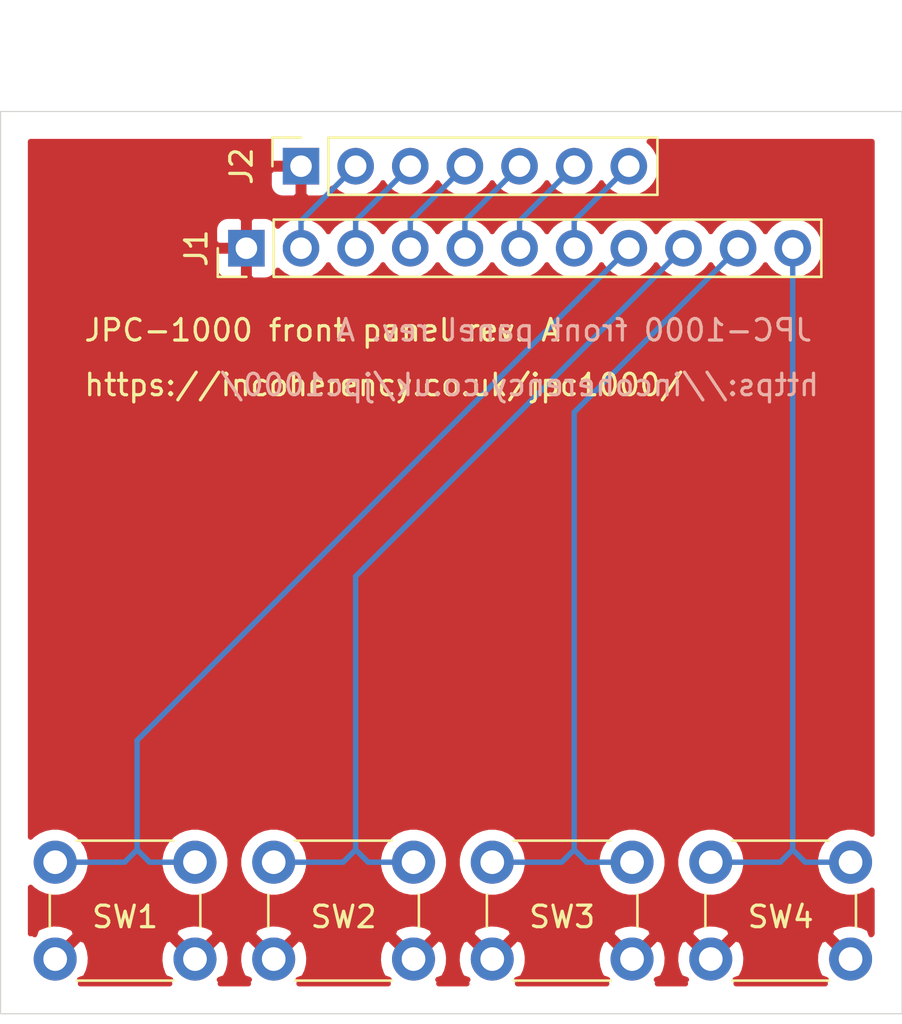
<source format=kicad_pcb>
(kicad_pcb (version 20171130) (host pcbnew 5.1.4-e60b266~84~ubuntu18.04.1)

  (general
    (thickness 1.6)
    (drawings 12)
    (tracks 37)
    (zones 0)
    (modules 6)
    (nets 12)
  )

  (page A4)
  (layers
    (0 F.Cu signal)
    (31 B.Cu signal)
    (32 B.Adhes user)
    (33 F.Adhes user)
    (34 B.Paste user)
    (35 F.Paste user)
    (36 B.SilkS user)
    (37 F.SilkS user)
    (38 B.Mask user)
    (39 F.Mask user)
    (40 Dwgs.User user hide)
    (41 Cmts.User user)
    (42 Eco1.User user)
    (43 Eco2.User user)
    (44 Edge.Cuts user)
    (45 Margin user)
    (46 B.CrtYd user)
    (47 F.CrtYd user)
    (48 B.Fab user)
    (49 F.Fab user)
  )

  (setup
    (last_trace_width 0.25)
    (trace_clearance 0.2)
    (zone_clearance 0.508)
    (zone_45_only no)
    (trace_min 0.2)
    (via_size 0.8)
    (via_drill 0.4)
    (via_min_size 0.4)
    (via_min_drill 0.3)
    (uvia_size 0.3)
    (uvia_drill 0.1)
    (uvias_allowed no)
    (uvia_min_size 0.2)
    (uvia_min_drill 0.1)
    (edge_width 0.05)
    (segment_width 0.2)
    (pcb_text_width 0.3)
    (pcb_text_size 1.5 1.5)
    (mod_edge_width 0.12)
    (mod_text_size 1 1)
    (mod_text_width 0.15)
    (pad_size 1.524 1.524)
    (pad_drill 0.762)
    (pad_to_mask_clearance 0.051)
    (solder_mask_min_width 0.25)
    (aux_axis_origin 0 0)
    (visible_elements FFFFFF7F)
    (pcbplotparams
      (layerselection 0x010f0_ffffffff)
      (usegerberextensions false)
      (usegerberattributes false)
      (usegerberadvancedattributes false)
      (creategerberjobfile false)
      (excludeedgelayer true)
      (linewidth 0.100000)
      (plotframeref false)
      (viasonmask false)
      (mode 1)
      (useauxorigin false)
      (hpglpennumber 1)
      (hpglpenspeed 20)
      (hpglpendiameter 15.000000)
      (psnegative false)
      (psa4output false)
      (plotreference true)
      (plotvalue true)
      (plotinvisibletext false)
      (padsonsilk false)
      (subtractmaskfromsilk false)
      (outputformat 1)
      (mirror false)
      (drillshape 0)
      (scaleselection 1)
      (outputdirectory "./"))
  )

  (net 0 "")
  (net 1 "Net-(J1-Pad1)")
  (net 2 "Net-(J1-Pad2)")
  (net 3 "Net-(J1-Pad3)")
  (net 4 "Net-(J1-Pad4)")
  (net 5 "Net-(J1-Pad5)")
  (net 6 "Net-(J1-Pad6)")
  (net 7 "Net-(J1-Pad7)")
  (net 8 "Net-(J1-Pad8)")
  (net 9 "Net-(J1-Pad9)")
  (net 10 "Net-(J1-Pad10)")
  (net 11 "Net-(J1-Pad11)")

  (net_class Default "This is the default net class."
    (clearance 0.2)
    (trace_width 0.25)
    (via_dia 0.8)
    (via_drill 0.4)
    (uvia_dia 0.3)
    (uvia_drill 0.1)
    (add_net "Net-(J1-Pad1)")
    (add_net "Net-(J1-Pad10)")
    (add_net "Net-(J1-Pad11)")
    (add_net "Net-(J1-Pad2)")
    (add_net "Net-(J1-Pad3)")
    (add_net "Net-(J1-Pad4)")
    (add_net "Net-(J1-Pad5)")
    (add_net "Net-(J1-Pad6)")
    (add_net "Net-(J1-Pad7)")
    (add_net "Net-(J1-Pad8)")
    (add_net "Net-(J1-Pad9)")
  )

  (module Button_Switch_THT:SW_PUSH_6mm_H4.3mm (layer F.Cu) (tedit 5A02FE31) (tstamp 5D5B2F9F)
    (at 104.14 97.1)
    (descr "tactile push button, 6x6mm e.g. PHAP33xx series, height=4.3mm")
    (tags "tact sw push 6mm")
    (path /5D5B290B)
    (fp_text reference SW1 (at 3.25 2.54) (layer F.SilkS)
      (effects (font (size 1 1) (thickness 0.15)))
    )
    (fp_text value SW_Push (at 3.75 6.7) (layer F.Fab)
      (effects (font (size 1 1) (thickness 0.15)))
    )
    (fp_circle (center 3.25 2.25) (end 1.25 2.5) (layer F.Fab) (width 0.1))
    (fp_line (start 6.75 3) (end 6.75 1.5) (layer F.SilkS) (width 0.12))
    (fp_line (start 5.5 -1) (end 1 -1) (layer F.SilkS) (width 0.12))
    (fp_line (start -0.25 1.5) (end -0.25 3) (layer F.SilkS) (width 0.12))
    (fp_line (start 1 5.5) (end 5.5 5.5) (layer F.SilkS) (width 0.12))
    (fp_line (start 8 -1.25) (end 8 5.75) (layer F.CrtYd) (width 0.05))
    (fp_line (start 7.75 6) (end -1.25 6) (layer F.CrtYd) (width 0.05))
    (fp_line (start -1.5 5.75) (end -1.5 -1.25) (layer F.CrtYd) (width 0.05))
    (fp_line (start -1.25 -1.5) (end 7.75 -1.5) (layer F.CrtYd) (width 0.05))
    (fp_line (start -1.5 6) (end -1.25 6) (layer F.CrtYd) (width 0.05))
    (fp_line (start -1.5 5.75) (end -1.5 6) (layer F.CrtYd) (width 0.05))
    (fp_line (start -1.5 -1.5) (end -1.25 -1.5) (layer F.CrtYd) (width 0.05))
    (fp_line (start -1.5 -1.25) (end -1.5 -1.5) (layer F.CrtYd) (width 0.05))
    (fp_line (start 8 -1.5) (end 8 -1.25) (layer F.CrtYd) (width 0.05))
    (fp_line (start 7.75 -1.5) (end 8 -1.5) (layer F.CrtYd) (width 0.05))
    (fp_line (start 8 6) (end 8 5.75) (layer F.CrtYd) (width 0.05))
    (fp_line (start 7.75 6) (end 8 6) (layer F.CrtYd) (width 0.05))
    (fp_line (start 0.25 -0.75) (end 3.25 -0.75) (layer F.Fab) (width 0.1))
    (fp_line (start 0.25 5.25) (end 0.25 -0.75) (layer F.Fab) (width 0.1))
    (fp_line (start 6.25 5.25) (end 0.25 5.25) (layer F.Fab) (width 0.1))
    (fp_line (start 6.25 -0.75) (end 6.25 5.25) (layer F.Fab) (width 0.1))
    (fp_line (start 3.25 -0.75) (end 6.25 -0.75) (layer F.Fab) (width 0.1))
    (fp_text user %R (at 3.25 2.25) (layer F.Fab)
      (effects (font (size 1 1) (thickness 0.15)))
    )
    (pad 1 thru_hole circle (at 6.5 0 90) (size 2 2) (drill 1.1) (layers *.Cu *.Mask)
      (net 8 "Net-(J1-Pad8)"))
    (pad 2 thru_hole circle (at 6.5 4.5 90) (size 2 2) (drill 1.1) (layers *.Cu *.Mask)
      (net 1 "Net-(J1-Pad1)"))
    (pad 1 thru_hole circle (at 0 0 90) (size 2 2) (drill 1.1) (layers *.Cu *.Mask)
      (net 8 "Net-(J1-Pad8)"))
    (pad 2 thru_hole circle (at 0 4.5 90) (size 2 2) (drill 1.1) (layers *.Cu *.Mask)
      (net 1 "Net-(J1-Pad1)"))
    (model ${KISYS3DMOD}/Button_Switch_THT.3dshapes/SW_PUSH_6mm_H4.3mm.wrl
      (at (xyz 0 0 0))
      (scale (xyz 1 1 1))
      (rotate (xyz 0 0 0))
    )
  )

  (module Connector_PinSocket_2.54mm:PinSocket_1x07_P2.54mm_Vertical (layer F.Cu) (tedit 5A19A433) (tstamp 5D5B1F11)
    (at 115.57 64.77 90)
    (descr "Through hole straight socket strip, 1x07, 2.54mm pitch, single row (from Kicad 4.0.7), script generated")
    (tags "Through hole socket strip THT 1x07 2.54mm single row")
    (path /5D5B1BD4)
    (fp_text reference J2 (at 0 -2.77 90) (layer F.SilkS)
      (effects (font (size 1 1) (thickness 0.15)))
    )
    (fp_text value Conn_01x07_Female (at 0 18.01 90) (layer F.Fab)
      (effects (font (size 1 1) (thickness 0.15)))
    )
    (fp_line (start -1.27 -1.27) (end 0.635 -1.27) (layer F.Fab) (width 0.1))
    (fp_line (start 0.635 -1.27) (end 1.27 -0.635) (layer F.Fab) (width 0.1))
    (fp_line (start 1.27 -0.635) (end 1.27 16.51) (layer F.Fab) (width 0.1))
    (fp_line (start 1.27 16.51) (end -1.27 16.51) (layer F.Fab) (width 0.1))
    (fp_line (start -1.27 16.51) (end -1.27 -1.27) (layer F.Fab) (width 0.1))
    (fp_line (start -1.33 1.27) (end 1.33 1.27) (layer F.SilkS) (width 0.12))
    (fp_line (start -1.33 1.27) (end -1.33 16.57) (layer F.SilkS) (width 0.12))
    (fp_line (start -1.33 16.57) (end 1.33 16.57) (layer F.SilkS) (width 0.12))
    (fp_line (start 1.33 1.27) (end 1.33 16.57) (layer F.SilkS) (width 0.12))
    (fp_line (start 1.33 -1.33) (end 1.33 0) (layer F.SilkS) (width 0.12))
    (fp_line (start 0 -1.33) (end 1.33 -1.33) (layer F.SilkS) (width 0.12))
    (fp_line (start -1.8 -1.8) (end 1.75 -1.8) (layer F.CrtYd) (width 0.05))
    (fp_line (start 1.75 -1.8) (end 1.75 17) (layer F.CrtYd) (width 0.05))
    (fp_line (start 1.75 17) (end -1.8 17) (layer F.CrtYd) (width 0.05))
    (fp_line (start -1.8 17) (end -1.8 -1.8) (layer F.CrtYd) (width 0.05))
    (fp_text user %R (at 0 7.62) (layer F.Fab)
      (effects (font (size 1 1) (thickness 0.15)))
    )
    (pad 1 thru_hole rect (at 0 0 90) (size 1.7 1.7) (drill 1) (layers *.Cu *.Mask)
      (net 1 "Net-(J1-Pad1)"))
    (pad 2 thru_hole oval (at 0 2.54 90) (size 1.7 1.7) (drill 1) (layers *.Cu *.Mask)
      (net 2 "Net-(J1-Pad2)"))
    (pad 3 thru_hole oval (at 0 5.08 90) (size 1.7 1.7) (drill 1) (layers *.Cu *.Mask)
      (net 3 "Net-(J1-Pad3)"))
    (pad 4 thru_hole oval (at 0 7.62 90) (size 1.7 1.7) (drill 1) (layers *.Cu *.Mask)
      (net 4 "Net-(J1-Pad4)"))
    (pad 5 thru_hole oval (at 0 10.16 90) (size 1.7 1.7) (drill 1) (layers *.Cu *.Mask)
      (net 5 "Net-(J1-Pad5)"))
    (pad 6 thru_hole oval (at 0 12.7 90) (size 1.7 1.7) (drill 1) (layers *.Cu *.Mask)
      (net 6 "Net-(J1-Pad6)"))
    (pad 7 thru_hole oval (at 0 15.24 90) (size 1.7 1.7) (drill 1) (layers *.Cu *.Mask)
      (net 7 "Net-(J1-Pad7)"))
    (model ${KISYS3DMOD}/Connector_PinSocket_2.54mm.3dshapes/PinSocket_1x07_P2.54mm_Vertical.wrl
      (at (xyz 0 0 0))
      (scale (xyz 1 1 1))
      (rotate (xyz 0 0 0))
    )
  )

  (module Button_Switch_THT:SW_PUSH_6mm_H4.3mm (layer F.Cu) (tedit 5A02FE31) (tstamp 5D5B2FBD)
    (at 114.3 97.1)
    (descr "tactile push button, 6x6mm e.g. PHAP33xx series, height=4.3mm")
    (tags "tact sw push 6mm")
    (path /5D5B271B)
    (fp_text reference SW2 (at 3.25 2.54) (layer F.SilkS)
      (effects (font (size 1 1) (thickness 0.15)))
    )
    (fp_text value SW_Push (at 3.75 6.7) (layer F.Fab)
      (effects (font (size 1 1) (thickness 0.15)))
    )
    (fp_text user %R (at 3.25 2.25) (layer F.Fab)
      (effects (font (size 1 1) (thickness 0.15)))
    )
    (fp_line (start 3.25 -0.75) (end 6.25 -0.75) (layer F.Fab) (width 0.1))
    (fp_line (start 6.25 -0.75) (end 6.25 5.25) (layer F.Fab) (width 0.1))
    (fp_line (start 6.25 5.25) (end 0.25 5.25) (layer F.Fab) (width 0.1))
    (fp_line (start 0.25 5.25) (end 0.25 -0.75) (layer F.Fab) (width 0.1))
    (fp_line (start 0.25 -0.75) (end 3.25 -0.75) (layer F.Fab) (width 0.1))
    (fp_line (start 7.75 6) (end 8 6) (layer F.CrtYd) (width 0.05))
    (fp_line (start 8 6) (end 8 5.75) (layer F.CrtYd) (width 0.05))
    (fp_line (start 7.75 -1.5) (end 8 -1.5) (layer F.CrtYd) (width 0.05))
    (fp_line (start 8 -1.5) (end 8 -1.25) (layer F.CrtYd) (width 0.05))
    (fp_line (start -1.5 -1.25) (end -1.5 -1.5) (layer F.CrtYd) (width 0.05))
    (fp_line (start -1.5 -1.5) (end -1.25 -1.5) (layer F.CrtYd) (width 0.05))
    (fp_line (start -1.5 5.75) (end -1.5 6) (layer F.CrtYd) (width 0.05))
    (fp_line (start -1.5 6) (end -1.25 6) (layer F.CrtYd) (width 0.05))
    (fp_line (start -1.25 -1.5) (end 7.75 -1.5) (layer F.CrtYd) (width 0.05))
    (fp_line (start -1.5 5.75) (end -1.5 -1.25) (layer F.CrtYd) (width 0.05))
    (fp_line (start 7.75 6) (end -1.25 6) (layer F.CrtYd) (width 0.05))
    (fp_line (start 8 -1.25) (end 8 5.75) (layer F.CrtYd) (width 0.05))
    (fp_line (start 1 5.5) (end 5.5 5.5) (layer F.SilkS) (width 0.12))
    (fp_line (start -0.25 1.5) (end -0.25 3) (layer F.SilkS) (width 0.12))
    (fp_line (start 5.5 -1) (end 1 -1) (layer F.SilkS) (width 0.12))
    (fp_line (start 6.75 3) (end 6.75 1.5) (layer F.SilkS) (width 0.12))
    (fp_circle (center 3.25 2.25) (end 1.25 2.5) (layer F.Fab) (width 0.1))
    (pad 2 thru_hole circle (at 0 4.5 90) (size 2 2) (drill 1.1) (layers *.Cu *.Mask)
      (net 1 "Net-(J1-Pad1)"))
    (pad 1 thru_hole circle (at 0 0 90) (size 2 2) (drill 1.1) (layers *.Cu *.Mask)
      (net 9 "Net-(J1-Pad9)"))
    (pad 2 thru_hole circle (at 6.5 4.5 90) (size 2 2) (drill 1.1) (layers *.Cu *.Mask)
      (net 1 "Net-(J1-Pad1)"))
    (pad 1 thru_hole circle (at 6.5 0 90) (size 2 2) (drill 1.1) (layers *.Cu *.Mask)
      (net 9 "Net-(J1-Pad9)"))
    (model ${KISYS3DMOD}/Button_Switch_THT.3dshapes/SW_PUSH_6mm_H4.3mm.wrl
      (at (xyz 0 0 0))
      (scale (xyz 1 1 1))
      (rotate (xyz 0 0 0))
    )
  )

  (module Button_Switch_THT:SW_PUSH_6mm_H4.3mm (layer F.Cu) (tedit 5A02FE31) (tstamp 5D5B2FDB)
    (at 124.46 97.1)
    (descr "tactile push button, 6x6mm e.g. PHAP33xx series, height=4.3mm")
    (tags "tact sw push 6mm")
    (path /5D5B24DB)
    (fp_text reference SW3 (at 3.25 2.54) (layer F.SilkS)
      (effects (font (size 1 1) (thickness 0.15)))
    )
    (fp_text value SW_Push (at 3.75 6.7) (layer F.Fab)
      (effects (font (size 1 1) (thickness 0.15)))
    )
    (fp_circle (center 3.25 2.25) (end 1.25 2.5) (layer F.Fab) (width 0.1))
    (fp_line (start 6.75 3) (end 6.75 1.5) (layer F.SilkS) (width 0.12))
    (fp_line (start 5.5 -1) (end 1 -1) (layer F.SilkS) (width 0.12))
    (fp_line (start -0.25 1.5) (end -0.25 3) (layer F.SilkS) (width 0.12))
    (fp_line (start 1 5.5) (end 5.5 5.5) (layer F.SilkS) (width 0.12))
    (fp_line (start 8 -1.25) (end 8 5.75) (layer F.CrtYd) (width 0.05))
    (fp_line (start 7.75 6) (end -1.25 6) (layer F.CrtYd) (width 0.05))
    (fp_line (start -1.5 5.75) (end -1.5 -1.25) (layer F.CrtYd) (width 0.05))
    (fp_line (start -1.25 -1.5) (end 7.75 -1.5) (layer F.CrtYd) (width 0.05))
    (fp_line (start -1.5 6) (end -1.25 6) (layer F.CrtYd) (width 0.05))
    (fp_line (start -1.5 5.75) (end -1.5 6) (layer F.CrtYd) (width 0.05))
    (fp_line (start -1.5 -1.5) (end -1.25 -1.5) (layer F.CrtYd) (width 0.05))
    (fp_line (start -1.5 -1.25) (end -1.5 -1.5) (layer F.CrtYd) (width 0.05))
    (fp_line (start 8 -1.5) (end 8 -1.25) (layer F.CrtYd) (width 0.05))
    (fp_line (start 7.75 -1.5) (end 8 -1.5) (layer F.CrtYd) (width 0.05))
    (fp_line (start 8 6) (end 8 5.75) (layer F.CrtYd) (width 0.05))
    (fp_line (start 7.75 6) (end 8 6) (layer F.CrtYd) (width 0.05))
    (fp_line (start 0.25 -0.75) (end 3.25 -0.75) (layer F.Fab) (width 0.1))
    (fp_line (start 0.25 5.25) (end 0.25 -0.75) (layer F.Fab) (width 0.1))
    (fp_line (start 6.25 5.25) (end 0.25 5.25) (layer F.Fab) (width 0.1))
    (fp_line (start 6.25 -0.75) (end 6.25 5.25) (layer F.Fab) (width 0.1))
    (fp_line (start 3.25 -0.75) (end 6.25 -0.75) (layer F.Fab) (width 0.1))
    (fp_text user %R (at 3.25 2.25) (layer F.Fab)
      (effects (font (size 1 1) (thickness 0.15)))
    )
    (pad 1 thru_hole circle (at 6.5 0 90) (size 2 2) (drill 1.1) (layers *.Cu *.Mask)
      (net 10 "Net-(J1-Pad10)"))
    (pad 2 thru_hole circle (at 6.5 4.5 90) (size 2 2) (drill 1.1) (layers *.Cu *.Mask)
      (net 1 "Net-(J1-Pad1)"))
    (pad 1 thru_hole circle (at 0 0 90) (size 2 2) (drill 1.1) (layers *.Cu *.Mask)
      (net 10 "Net-(J1-Pad10)"))
    (pad 2 thru_hole circle (at 0 4.5 90) (size 2 2) (drill 1.1) (layers *.Cu *.Mask)
      (net 1 "Net-(J1-Pad1)"))
    (model ${KISYS3DMOD}/Button_Switch_THT.3dshapes/SW_PUSH_6mm_H4.3mm.wrl
      (at (xyz 0 0 0))
      (scale (xyz 1 1 1))
      (rotate (xyz 0 0 0))
    )
  )

  (module Button_Switch_THT:SW_PUSH_6mm_H4.3mm (layer F.Cu) (tedit 5A02FE31) (tstamp 5D5B2FF9)
    (at 134.62 97.1)
    (descr "tactile push button, 6x6mm e.g. PHAP33xx series, height=4.3mm")
    (tags "tact sw push 6mm")
    (path /5D5B2051)
    (fp_text reference SW4 (at 3.25 2.54) (layer F.SilkS)
      (effects (font (size 1 1) (thickness 0.15)))
    )
    (fp_text value SW_Push (at 3.75 6.7) (layer F.Fab)
      (effects (font (size 1 1) (thickness 0.15)))
    )
    (fp_text user %R (at 3.25 2.25) (layer F.Fab)
      (effects (font (size 1 1) (thickness 0.15)))
    )
    (fp_line (start 3.25 -0.75) (end 6.25 -0.75) (layer F.Fab) (width 0.1))
    (fp_line (start 6.25 -0.75) (end 6.25 5.25) (layer F.Fab) (width 0.1))
    (fp_line (start 6.25 5.25) (end 0.25 5.25) (layer F.Fab) (width 0.1))
    (fp_line (start 0.25 5.25) (end 0.25 -0.75) (layer F.Fab) (width 0.1))
    (fp_line (start 0.25 -0.75) (end 3.25 -0.75) (layer F.Fab) (width 0.1))
    (fp_line (start 7.75 6) (end 8 6) (layer F.CrtYd) (width 0.05))
    (fp_line (start 8 6) (end 8 5.75) (layer F.CrtYd) (width 0.05))
    (fp_line (start 7.75 -1.5) (end 8 -1.5) (layer F.CrtYd) (width 0.05))
    (fp_line (start 8 -1.5) (end 8 -1.25) (layer F.CrtYd) (width 0.05))
    (fp_line (start -1.5 -1.25) (end -1.5 -1.5) (layer F.CrtYd) (width 0.05))
    (fp_line (start -1.5 -1.5) (end -1.25 -1.5) (layer F.CrtYd) (width 0.05))
    (fp_line (start -1.5 5.75) (end -1.5 6) (layer F.CrtYd) (width 0.05))
    (fp_line (start -1.5 6) (end -1.25 6) (layer F.CrtYd) (width 0.05))
    (fp_line (start -1.25 -1.5) (end 7.75 -1.5) (layer F.CrtYd) (width 0.05))
    (fp_line (start -1.5 5.75) (end -1.5 -1.25) (layer F.CrtYd) (width 0.05))
    (fp_line (start 7.75 6) (end -1.25 6) (layer F.CrtYd) (width 0.05))
    (fp_line (start 8 -1.25) (end 8 5.75) (layer F.CrtYd) (width 0.05))
    (fp_line (start 1 5.5) (end 5.5 5.5) (layer F.SilkS) (width 0.12))
    (fp_line (start -0.25 1.5) (end -0.25 3) (layer F.SilkS) (width 0.12))
    (fp_line (start 5.5 -1) (end 1 -1) (layer F.SilkS) (width 0.12))
    (fp_line (start 6.75 3) (end 6.75 1.5) (layer F.SilkS) (width 0.12))
    (fp_circle (center 3.25 2.25) (end 1.25 2.5) (layer F.Fab) (width 0.1))
    (pad 2 thru_hole circle (at 0 4.5 90) (size 2 2) (drill 1.1) (layers *.Cu *.Mask)
      (net 1 "Net-(J1-Pad1)"))
    (pad 1 thru_hole circle (at 0 0 90) (size 2 2) (drill 1.1) (layers *.Cu *.Mask)
      (net 11 "Net-(J1-Pad11)"))
    (pad 2 thru_hole circle (at 6.5 4.5 90) (size 2 2) (drill 1.1) (layers *.Cu *.Mask)
      (net 1 "Net-(J1-Pad1)"))
    (pad 1 thru_hole circle (at 6.5 0 90) (size 2 2) (drill 1.1) (layers *.Cu *.Mask)
      (net 11 "Net-(J1-Pad11)"))
    (model ${KISYS3DMOD}/Button_Switch_THT.3dshapes/SW_PUSH_6mm_H4.3mm.wrl
      (at (xyz 0 0 0))
      (scale (xyz 1 1 1))
      (rotate (xyz 0 0 0))
    )
  )

  (module Connector_PinHeader_2.54mm:PinHeader_1x11_P2.54mm_Vertical (layer F.Cu) (tedit 59FED5CC) (tstamp 5D5B45D6)
    (at 113.03 68.58 90)
    (descr "Through hole straight pin header, 1x11, 2.54mm pitch, single row")
    (tags "Through hole pin header THT 1x11 2.54mm single row")
    (path /5D5AB70F)
    (fp_text reference J1 (at 0 -2.33 90) (layer F.SilkS)
      (effects (font (size 1 1) (thickness 0.15)))
    )
    (fp_text value Conn_01x11_Male (at 0 27.73 90) (layer F.Fab)
      (effects (font (size 1 1) (thickness 0.15)))
    )
    (fp_line (start -0.635 -1.27) (end 1.27 -1.27) (layer F.Fab) (width 0.1))
    (fp_line (start 1.27 -1.27) (end 1.27 26.67) (layer F.Fab) (width 0.1))
    (fp_line (start 1.27 26.67) (end -1.27 26.67) (layer F.Fab) (width 0.1))
    (fp_line (start -1.27 26.67) (end -1.27 -0.635) (layer F.Fab) (width 0.1))
    (fp_line (start -1.27 -0.635) (end -0.635 -1.27) (layer F.Fab) (width 0.1))
    (fp_line (start -1.33 26.73) (end 1.33 26.73) (layer F.SilkS) (width 0.12))
    (fp_line (start -1.33 1.27) (end -1.33 26.73) (layer F.SilkS) (width 0.12))
    (fp_line (start 1.33 1.27) (end 1.33 26.73) (layer F.SilkS) (width 0.12))
    (fp_line (start -1.33 1.27) (end 1.33 1.27) (layer F.SilkS) (width 0.12))
    (fp_line (start -1.33 0) (end -1.33 -1.33) (layer F.SilkS) (width 0.12))
    (fp_line (start -1.33 -1.33) (end 0 -1.33) (layer F.SilkS) (width 0.12))
    (fp_line (start -1.8 -1.8) (end -1.8 27.2) (layer F.CrtYd) (width 0.05))
    (fp_line (start -1.8 27.2) (end 1.8 27.2) (layer F.CrtYd) (width 0.05))
    (fp_line (start 1.8 27.2) (end 1.8 -1.8) (layer F.CrtYd) (width 0.05))
    (fp_line (start 1.8 -1.8) (end -1.8 -1.8) (layer F.CrtYd) (width 0.05))
    (fp_text user %R (at 0 12.7) (layer F.Fab)
      (effects (font (size 1 1) (thickness 0.15)))
    )
    (pad 1 thru_hole rect (at 0 0 90) (size 1.7 1.7) (drill 1) (layers *.Cu *.Mask)
      (net 1 "Net-(J1-Pad1)"))
    (pad 2 thru_hole oval (at 0 2.54 90) (size 1.7 1.7) (drill 1) (layers *.Cu *.Mask)
      (net 2 "Net-(J1-Pad2)"))
    (pad 3 thru_hole oval (at 0 5.08 90) (size 1.7 1.7) (drill 1) (layers *.Cu *.Mask)
      (net 3 "Net-(J1-Pad3)"))
    (pad 4 thru_hole oval (at 0 7.62 90) (size 1.7 1.7) (drill 1) (layers *.Cu *.Mask)
      (net 4 "Net-(J1-Pad4)"))
    (pad 5 thru_hole oval (at 0 10.16 90) (size 1.7 1.7) (drill 1) (layers *.Cu *.Mask)
      (net 5 "Net-(J1-Pad5)"))
    (pad 6 thru_hole oval (at 0 12.7 90) (size 1.7 1.7) (drill 1) (layers *.Cu *.Mask)
      (net 6 "Net-(J1-Pad6)"))
    (pad 7 thru_hole oval (at 0 15.24 90) (size 1.7 1.7) (drill 1) (layers *.Cu *.Mask)
      (net 7 "Net-(J1-Pad7)"))
    (pad 8 thru_hole oval (at 0 17.78 90) (size 1.7 1.7) (drill 1) (layers *.Cu *.Mask)
      (net 8 "Net-(J1-Pad8)"))
    (pad 9 thru_hole oval (at 0 20.32 90) (size 1.7 1.7) (drill 1) (layers *.Cu *.Mask)
      (net 9 "Net-(J1-Pad9)"))
    (pad 10 thru_hole oval (at 0 22.86 90) (size 1.7 1.7) (drill 1) (layers *.Cu *.Mask)
      (net 10 "Net-(J1-Pad10)"))
    (pad 11 thru_hole oval (at 0 25.4 90) (size 1.7 1.7) (drill 1) (layers *.Cu *.Mask)
      (net 11 "Net-(J1-Pad11)"))
    (model ${KISYS3DMOD}/Connector_PinHeader_2.54mm.3dshapes/PinHeader_1x11_P2.54mm_Vertical.wrl
      (at (xyz 0 0 0))
      (scale (xyz 1 1 1))
      (rotate (xyz 0 0 0))
    )
  )

  (gr_text https://incoherency.co.uk/jpc1000/ (at 125.73 74.93) (layer B.SilkS)
    (effects (font (size 1 1) (thickness 0.15)) (justify mirror))
  )
  (gr_text "JPC-1000 front panel rev. A" (at 128.27 72.39) (layer B.SilkS)
    (effects (font (size 1 1) (thickness 0.15)) (justify mirror))
  )
  (gr_text https://incoherency.co.uk/jpc1000/ (at 105.41 74.93) (layer F.SilkS)
    (effects (font (size 1 1) (thickness 0.15)) (justify left))
  )
  (gr_text "JPC-1000 front panel rev. A" (at 105.41 72.39) (layer F.SilkS)
    (effects (font (size 1 1) (thickness 0.15)) (justify left))
  )
  (gr_line (start 143.51 62.23) (end 101.6 62.23) (layer Edge.Cuts) (width 0.05))
  (gr_line (start 138.43 63.5) (end 104.14 63.5) (layer Dwgs.User) (width 0.15) (tstamp 5D5B255A))
  (gr_line (start 138.43 95.25) (end 138.43 63.5) (layer Dwgs.User) (width 0.15))
  (gr_line (start 104.14 95.25) (end 138.43 95.25) (layer Dwgs.User) (width 0.15))
  (gr_line (start 104.14 63.5) (end 104.14 95.25) (layer Dwgs.User) (width 0.15))
  (gr_line (start 143.51 104.14) (end 143.51 62.23) (layer Edge.Cuts) (width 0.05))
  (gr_line (start 101.6 104.14) (end 143.51 104.14) (layer Edge.Cuts) (width 0.05))
  (gr_line (start 101.6 62.23) (end 101.6 104.14) (layer Edge.Cuts) (width 0.05))

  (segment (start 115.57 68.58) (end 115.57 67.31) (width 0.25) (layer B.Cu) (net 2))
  (segment (start 115.57 67.31) (end 118.11 64.77) (width 0.25) (layer B.Cu) (net 2))
  (segment (start 118.11 67.31) (end 120.65 64.77) (width 0.25) (layer B.Cu) (net 3))
  (segment (start 118.11 68.58) (end 118.11 67.31) (width 0.25) (layer B.Cu) (net 3))
  (segment (start 120.65 67.31) (end 122.340001 65.619999) (width 0.25) (layer B.Cu) (net 4))
  (segment (start 122.340001 65.619999) (end 123.19 64.77) (width 0.25) (layer B.Cu) (net 4))
  (segment (start 120.65 68.58) (end 120.65 67.31) (width 0.25) (layer B.Cu) (net 4))
  (segment (start 129.960001 65.619999) (end 130.81 64.77) (width 0.25) (layer B.Cu) (net 7))
  (segment (start 108.53 97.1) (end 110.64 97.1) (width 0.25) (layer B.Cu) (net 8))
  (segment (start 107.95 96.52) (end 108.53 97.1) (width 0.25) (layer B.Cu) (net 8))
  (segment (start 107.37 97.1) (end 104.14 97.1) (width 0.25) (layer B.Cu) (net 8))
  (segment (start 107.95 96.52) (end 107.37 97.1) (width 0.25) (layer B.Cu) (net 8))
  (segment (start 107.95 91.44) (end 107.95 96.52) (width 0.25) (layer B.Cu) (net 8))
  (segment (start 107.95 91.44) (end 130.81 68.58) (width 0.25) (layer B.Cu) (net 8))
  (segment (start 128.27 68.58) (end 128.27 67.31) (width 0.25) (layer B.Cu) (net 7))
  (segment (start 128.27 67.31) (end 129.960001 65.619999) (width 0.25) (layer B.Cu) (net 7))
  (segment (start 125.73 68.58) (end 125.73 67.31) (width 0.25) (layer B.Cu) (net 6))
  (segment (start 125.73 67.31) (end 128.27 64.77) (width 0.25) (layer B.Cu) (net 6))
  (segment (start 123.19 68.58) (end 123.19 67.31) (width 0.25) (layer B.Cu) (net 5))
  (segment (start 123.19 67.31) (end 125.73 64.77) (width 0.25) (layer B.Cu) (net 5))
  (segment (start 118.69 97.1) (end 120.8 97.1) (width 0.25) (layer B.Cu) (net 9))
  (segment (start 118.11 96.52) (end 118.69 97.1) (width 0.25) (layer B.Cu) (net 9))
  (segment (start 117.53 97.1) (end 114.3 97.1) (width 0.25) (layer B.Cu) (net 9))
  (segment (start 118.11 96.52) (end 117.53 97.1) (width 0.25) (layer B.Cu) (net 9))
  (segment (start 118.11 83.82) (end 118.11 96.52) (width 0.25) (layer B.Cu) (net 9))
  (segment (start 133.35 68.58) (end 118.11 83.82) (width 0.25) (layer B.Cu) (net 9))
  (segment (start 128.85 97.1) (end 130.96 97.1) (width 0.25) (layer B.Cu) (net 10))
  (segment (start 128.27 96.52) (end 128.85 97.1) (width 0.25) (layer B.Cu) (net 10))
  (segment (start 127.69 97.1) (end 124.46 97.1) (width 0.25) (layer B.Cu) (net 10))
  (segment (start 128.27 96.52) (end 127.69 97.1) (width 0.25) (layer B.Cu) (net 10))
  (segment (start 128.27 76.2) (end 128.27 96.52) (width 0.25) (layer B.Cu) (net 10))
  (segment (start 128.27 76.2) (end 135.89 68.58) (width 0.25) (layer B.Cu) (net 10))
  (segment (start 137.85 97.1) (end 134.62 97.1) (width 0.25) (layer B.Cu) (net 11))
  (segment (start 138.43 96.52) (end 137.85 97.1) (width 0.25) (layer B.Cu) (net 11))
  (segment (start 139.01 97.1) (end 141.12 97.1) (width 0.25) (layer B.Cu) (net 11))
  (segment (start 138.43 96.52) (end 139.01 97.1) (width 0.25) (layer B.Cu) (net 11))
  (segment (start 138.43 68.58) (end 138.43 96.52) (width 0.25) (layer B.Cu) (net 11))

  (zone (net 1) (net_name "Net-(J1-Pad1)") (layer F.Cu) (tstamp 5D5B400B) (hatch edge 0.508)
    (connect_pads (clearance 0.508))
    (min_thickness 0.254)
    (fill yes (arc_segments 32) (thermal_gap 0.508) (thermal_bridge_width 0.508))
    (polygon
      (pts
        (xy 102.87 63.5) (xy 102.87 102.87) (xy 142.24 102.87) (xy 142.24 63.5)
      )
    )
    (filled_polygon
      (pts
        (xy 114.130498 63.67582) (xy 114.094188 63.795518) (xy 114.081928 63.92) (xy 114.085 64.48425) (xy 114.24375 64.643)
        (xy 115.443 64.643) (xy 115.443 64.623) (xy 115.697 64.623) (xy 115.697 64.643) (xy 115.717 64.643)
        (xy 115.717 64.897) (xy 115.697 64.897) (xy 115.697 66.09625) (xy 115.85575 66.255) (xy 116.42 66.258072)
        (xy 116.544482 66.245812) (xy 116.66418 66.209502) (xy 116.774494 66.150537) (xy 116.871185 66.071185) (xy 116.950537 65.974494)
        (xy 117.009502 65.86418) (xy 117.030393 65.795313) (xy 117.054866 65.825134) (xy 117.280986 66.010706) (xy 117.538966 66.148599)
        (xy 117.818889 66.233513) (xy 118.03705 66.255) (xy 118.18295 66.255) (xy 118.401111 66.233513) (xy 118.681034 66.148599)
        (xy 118.939014 66.010706) (xy 119.165134 65.825134) (xy 119.350706 65.599014) (xy 119.38 65.544209) (xy 119.409294 65.599014)
        (xy 119.594866 65.825134) (xy 119.820986 66.010706) (xy 120.078966 66.148599) (xy 120.358889 66.233513) (xy 120.57705 66.255)
        (xy 120.72295 66.255) (xy 120.941111 66.233513) (xy 121.221034 66.148599) (xy 121.479014 66.010706) (xy 121.705134 65.825134)
        (xy 121.890706 65.599014) (xy 121.92 65.544209) (xy 121.949294 65.599014) (xy 122.134866 65.825134) (xy 122.360986 66.010706)
        (xy 122.618966 66.148599) (xy 122.898889 66.233513) (xy 123.11705 66.255) (xy 123.26295 66.255) (xy 123.481111 66.233513)
        (xy 123.761034 66.148599) (xy 124.019014 66.010706) (xy 124.245134 65.825134) (xy 124.430706 65.599014) (xy 124.46 65.544209)
        (xy 124.489294 65.599014) (xy 124.674866 65.825134) (xy 124.900986 66.010706) (xy 125.158966 66.148599) (xy 125.438889 66.233513)
        (xy 125.65705 66.255) (xy 125.80295 66.255) (xy 126.021111 66.233513) (xy 126.301034 66.148599) (xy 126.559014 66.010706)
        (xy 126.785134 65.825134) (xy 126.970706 65.599014) (xy 127 65.544209) (xy 127.029294 65.599014) (xy 127.214866 65.825134)
        (xy 127.440986 66.010706) (xy 127.698966 66.148599) (xy 127.978889 66.233513) (xy 128.19705 66.255) (xy 128.34295 66.255)
        (xy 128.561111 66.233513) (xy 128.841034 66.148599) (xy 129.099014 66.010706) (xy 129.325134 65.825134) (xy 129.510706 65.599014)
        (xy 129.54 65.544209) (xy 129.569294 65.599014) (xy 129.754866 65.825134) (xy 129.980986 66.010706) (xy 130.238966 66.148599)
        (xy 130.518889 66.233513) (xy 130.73705 66.255) (xy 130.88295 66.255) (xy 131.101111 66.233513) (xy 131.381034 66.148599)
        (xy 131.639014 66.010706) (xy 131.865134 65.825134) (xy 132.050706 65.599014) (xy 132.188599 65.341034) (xy 132.273513 65.061111)
        (xy 132.302185 64.77) (xy 132.273513 64.478889) (xy 132.188599 64.198966) (xy 132.050706 63.940986) (xy 131.865134 63.714866)
        (xy 131.758069 63.627) (xy 142.113 63.627) (xy 142.113 95.797104) (xy 141.894463 95.651082) (xy 141.596912 95.527832)
        (xy 141.281033 95.465) (xy 140.958967 95.465) (xy 140.643088 95.527832) (xy 140.345537 95.651082) (xy 140.077748 95.830013)
        (xy 139.850013 96.057748) (xy 139.671082 96.325537) (xy 139.547832 96.623088) (xy 139.485 96.938967) (xy 139.485 97.261033)
        (xy 139.547832 97.576912) (xy 139.671082 97.874463) (xy 139.850013 98.142252) (xy 140.077748 98.369987) (xy 140.345537 98.548918)
        (xy 140.643088 98.672168) (xy 140.958967 98.735) (xy 141.281033 98.735) (xy 141.596912 98.672168) (xy 141.894463 98.548918)
        (xy 142.113 98.402896) (xy 142.113 100.427392) (xy 142.075807 100.464585) (xy 141.980044 100.200186) (xy 141.690429 100.059296)
        (xy 141.378892 99.977616) (xy 141.057405 99.958282) (xy 140.738325 100.002039) (xy 140.433912 100.107205) (xy 140.259956 100.200186)
        (xy 140.164192 100.464587) (xy 141.12 101.420395) (xy 141.134143 101.406253) (xy 141.313748 101.585858) (xy 141.299605 101.6)
        (xy 141.313748 101.614143) (xy 141.134143 101.793748) (xy 141.12 101.779605) (xy 141.105858 101.793748) (xy 140.926253 101.614143)
        (xy 140.940395 101.6) (xy 139.984587 100.644192) (xy 139.720186 100.739956) (xy 139.579296 101.029571) (xy 139.497616 101.341108)
        (xy 139.478282 101.662595) (xy 139.522039 101.981675) (xy 139.627205 102.286088) (xy 139.720186 102.460044) (xy 139.984585 102.555807)
        (xy 139.868917 102.671475) (xy 139.940442 102.743) (xy 135.799558 102.743) (xy 135.871083 102.671475) (xy 135.755415 102.555807)
        (xy 136.019814 102.460044) (xy 136.160704 102.170429) (xy 136.242384 101.858892) (xy 136.261718 101.537405) (xy 136.217961 101.218325)
        (xy 136.112795 100.913912) (xy 136.019814 100.739956) (xy 135.755413 100.644192) (xy 134.799605 101.6) (xy 134.813748 101.614143)
        (xy 134.634143 101.793748) (xy 134.62 101.779605) (xy 134.605858 101.793748) (xy 134.426253 101.614143) (xy 134.440395 101.6)
        (xy 133.484587 100.644192) (xy 133.220186 100.739956) (xy 133.079296 101.029571) (xy 132.997616 101.341108) (xy 132.978282 101.662595)
        (xy 133.022039 101.981675) (xy 133.127205 102.286088) (xy 133.220186 102.460044) (xy 133.484585 102.555807) (xy 133.368917 102.671475)
        (xy 133.440442 102.743) (xy 132.139558 102.743) (xy 132.211083 102.671475) (xy 132.095415 102.555807) (xy 132.359814 102.460044)
        (xy 132.500704 102.170429) (xy 132.582384 101.858892) (xy 132.601718 101.537405) (xy 132.557961 101.218325) (xy 132.452795 100.913912)
        (xy 132.359814 100.739956) (xy 132.095413 100.644192) (xy 131.139605 101.6) (xy 131.153748 101.614143) (xy 130.974143 101.793748)
        (xy 130.96 101.779605) (xy 130.945858 101.793748) (xy 130.766253 101.614143) (xy 130.780395 101.6) (xy 129.824587 100.644192)
        (xy 129.560186 100.739956) (xy 129.419296 101.029571) (xy 129.337616 101.341108) (xy 129.318282 101.662595) (xy 129.362039 101.981675)
        (xy 129.467205 102.286088) (xy 129.560186 102.460044) (xy 129.824585 102.555807) (xy 129.708917 102.671475) (xy 129.780442 102.743)
        (xy 125.639558 102.743) (xy 125.711083 102.671475) (xy 125.595415 102.555807) (xy 125.859814 102.460044) (xy 126.000704 102.170429)
        (xy 126.082384 101.858892) (xy 126.101718 101.537405) (xy 126.057961 101.218325) (xy 125.952795 100.913912) (xy 125.859814 100.739956)
        (xy 125.595413 100.644192) (xy 124.639605 101.6) (xy 124.653748 101.614143) (xy 124.474143 101.793748) (xy 124.46 101.779605)
        (xy 124.445858 101.793748) (xy 124.266253 101.614143) (xy 124.280395 101.6) (xy 123.324587 100.644192) (xy 123.060186 100.739956)
        (xy 122.919296 101.029571) (xy 122.837616 101.341108) (xy 122.818282 101.662595) (xy 122.862039 101.981675) (xy 122.967205 102.286088)
        (xy 123.060186 102.460044) (xy 123.324585 102.555807) (xy 123.208917 102.671475) (xy 123.280442 102.743) (xy 121.979558 102.743)
        (xy 122.051083 102.671475) (xy 121.935415 102.555807) (xy 122.199814 102.460044) (xy 122.340704 102.170429) (xy 122.422384 101.858892)
        (xy 122.441718 101.537405) (xy 122.397961 101.218325) (xy 122.292795 100.913912) (xy 122.199814 100.739956) (xy 121.935413 100.644192)
        (xy 120.979605 101.6) (xy 120.993748 101.614143) (xy 120.814143 101.793748) (xy 120.8 101.779605) (xy 120.785858 101.793748)
        (xy 120.606253 101.614143) (xy 120.620395 101.6) (xy 119.664587 100.644192) (xy 119.400186 100.739956) (xy 119.259296 101.029571)
        (xy 119.177616 101.341108) (xy 119.158282 101.662595) (xy 119.202039 101.981675) (xy 119.307205 102.286088) (xy 119.400186 102.460044)
        (xy 119.664585 102.555807) (xy 119.548917 102.671475) (xy 119.620442 102.743) (xy 115.479558 102.743) (xy 115.551083 102.671475)
        (xy 115.435415 102.555807) (xy 115.699814 102.460044) (xy 115.840704 102.170429) (xy 115.922384 101.858892) (xy 115.941718 101.537405)
        (xy 115.897961 101.218325) (xy 115.792795 100.913912) (xy 115.699814 100.739956) (xy 115.435413 100.644192) (xy 114.479605 101.6)
        (xy 114.493748 101.614143) (xy 114.314143 101.793748) (xy 114.3 101.779605) (xy 114.285858 101.793748) (xy 114.106253 101.614143)
        (xy 114.120395 101.6) (xy 113.164587 100.644192) (xy 112.900186 100.739956) (xy 112.759296 101.029571) (xy 112.677616 101.341108)
        (xy 112.658282 101.662595) (xy 112.702039 101.981675) (xy 112.807205 102.286088) (xy 112.900186 102.460044) (xy 113.164585 102.555807)
        (xy 113.048917 102.671475) (xy 113.120442 102.743) (xy 111.819558 102.743) (xy 111.891083 102.671475) (xy 111.775415 102.555807)
        (xy 112.039814 102.460044) (xy 112.180704 102.170429) (xy 112.262384 101.858892) (xy 112.281718 101.537405) (xy 112.237961 101.218325)
        (xy 112.132795 100.913912) (xy 112.039814 100.739956) (xy 111.775413 100.644192) (xy 110.819605 101.6) (xy 110.833748 101.614143)
        (xy 110.654143 101.793748) (xy 110.64 101.779605) (xy 110.625858 101.793748) (xy 110.446253 101.614143) (xy 110.460395 101.6)
        (xy 109.504587 100.644192) (xy 109.240186 100.739956) (xy 109.099296 101.029571) (xy 109.017616 101.341108) (xy 108.998282 101.662595)
        (xy 109.042039 101.981675) (xy 109.147205 102.286088) (xy 109.240186 102.460044) (xy 109.504585 102.555807) (xy 109.388917 102.671475)
        (xy 109.460442 102.743) (xy 105.319558 102.743) (xy 105.391083 102.671475) (xy 105.275415 102.555807) (xy 105.539814 102.460044)
        (xy 105.680704 102.170429) (xy 105.762384 101.858892) (xy 105.781718 101.537405) (xy 105.737961 101.218325) (xy 105.632795 100.913912)
        (xy 105.539814 100.739956) (xy 105.275413 100.644192) (xy 104.319605 101.6) (xy 104.333748 101.614143) (xy 104.154143 101.793748)
        (xy 104.14 101.779605) (xy 104.125858 101.793748) (xy 103.946253 101.614143) (xy 103.960395 101.6) (xy 103.946253 101.585858)
        (xy 104.125858 101.406253) (xy 104.14 101.420395) (xy 105.095808 100.464587) (xy 109.684192 100.464587) (xy 110.64 101.420395)
        (xy 111.595808 100.464587) (xy 113.344192 100.464587) (xy 114.3 101.420395) (xy 115.255808 100.464587) (xy 119.844192 100.464587)
        (xy 120.8 101.420395) (xy 121.755808 100.464587) (xy 123.504192 100.464587) (xy 124.46 101.420395) (xy 125.415808 100.464587)
        (xy 130.004192 100.464587) (xy 130.96 101.420395) (xy 131.915808 100.464587) (xy 133.664192 100.464587) (xy 134.62 101.420395)
        (xy 135.575808 100.464587) (xy 135.480044 100.200186) (xy 135.190429 100.059296) (xy 134.878892 99.977616) (xy 134.557405 99.958282)
        (xy 134.238325 100.002039) (xy 133.933912 100.107205) (xy 133.759956 100.200186) (xy 133.664192 100.464587) (xy 131.915808 100.464587)
        (xy 131.820044 100.200186) (xy 131.530429 100.059296) (xy 131.218892 99.977616) (xy 130.897405 99.958282) (xy 130.578325 100.002039)
        (xy 130.273912 100.107205) (xy 130.099956 100.200186) (xy 130.004192 100.464587) (xy 125.415808 100.464587) (xy 125.320044 100.200186)
        (xy 125.030429 100.059296) (xy 124.718892 99.977616) (xy 124.397405 99.958282) (xy 124.078325 100.002039) (xy 123.773912 100.107205)
        (xy 123.599956 100.200186) (xy 123.504192 100.464587) (xy 121.755808 100.464587) (xy 121.660044 100.200186) (xy 121.370429 100.059296)
        (xy 121.058892 99.977616) (xy 120.737405 99.958282) (xy 120.418325 100.002039) (xy 120.113912 100.107205) (xy 119.939956 100.200186)
        (xy 119.844192 100.464587) (xy 115.255808 100.464587) (xy 115.160044 100.200186) (xy 114.870429 100.059296) (xy 114.558892 99.977616)
        (xy 114.237405 99.958282) (xy 113.918325 100.002039) (xy 113.613912 100.107205) (xy 113.439956 100.200186) (xy 113.344192 100.464587)
        (xy 111.595808 100.464587) (xy 111.500044 100.200186) (xy 111.210429 100.059296) (xy 110.898892 99.977616) (xy 110.577405 99.958282)
        (xy 110.258325 100.002039) (xy 109.953912 100.107205) (xy 109.779956 100.200186) (xy 109.684192 100.464587) (xy 105.095808 100.464587)
        (xy 105.000044 100.200186) (xy 104.710429 100.059296) (xy 104.398892 99.977616) (xy 104.077405 99.958282) (xy 103.758325 100.002039)
        (xy 103.453912 100.107205) (xy 103.279956 100.200186) (xy 103.184193 100.464585) (xy 103.068525 100.348917) (xy 102.997 100.420442)
        (xy 102.997 98.269239) (xy 103.097748 98.369987) (xy 103.365537 98.548918) (xy 103.663088 98.672168) (xy 103.978967 98.735)
        (xy 104.301033 98.735) (xy 104.616912 98.672168) (xy 104.914463 98.548918) (xy 105.182252 98.369987) (xy 105.409987 98.142252)
        (xy 105.588918 97.874463) (xy 105.712168 97.576912) (xy 105.775 97.261033) (xy 105.775 96.938967) (xy 109.005 96.938967)
        (xy 109.005 97.261033) (xy 109.067832 97.576912) (xy 109.191082 97.874463) (xy 109.370013 98.142252) (xy 109.597748 98.369987)
        (xy 109.865537 98.548918) (xy 110.163088 98.672168) (xy 110.478967 98.735) (xy 110.801033 98.735) (xy 111.116912 98.672168)
        (xy 111.414463 98.548918) (xy 111.682252 98.369987) (xy 111.909987 98.142252) (xy 112.088918 97.874463) (xy 112.212168 97.576912)
        (xy 112.275 97.261033) (xy 112.275 96.938967) (xy 112.665 96.938967) (xy 112.665 97.261033) (xy 112.727832 97.576912)
        (xy 112.851082 97.874463) (xy 113.030013 98.142252) (xy 113.257748 98.369987) (xy 113.525537 98.548918) (xy 113.823088 98.672168)
        (xy 114.138967 98.735) (xy 114.461033 98.735) (xy 114.776912 98.672168) (xy 115.074463 98.548918) (xy 115.342252 98.369987)
        (xy 115.569987 98.142252) (xy 115.748918 97.874463) (xy 115.872168 97.576912) (xy 115.935 97.261033) (xy 115.935 96.938967)
        (xy 119.165 96.938967) (xy 119.165 97.261033) (xy 119.227832 97.576912) (xy 119.351082 97.874463) (xy 119.530013 98.142252)
        (xy 119.757748 98.369987) (xy 120.025537 98.548918) (xy 120.323088 98.672168) (xy 120.638967 98.735) (xy 120.961033 98.735)
        (xy 121.276912 98.672168) (xy 121.574463 98.548918) (xy 121.842252 98.369987) (xy 122.069987 98.142252) (xy 122.248918 97.874463)
        (xy 122.372168 97.576912) (xy 122.435 97.261033) (xy 122.435 96.938967) (xy 122.825 96.938967) (xy 122.825 97.261033)
        (xy 122.887832 97.576912) (xy 123.011082 97.874463) (xy 123.190013 98.142252) (xy 123.417748 98.369987) (xy 123.685537 98.548918)
        (xy 123.983088 98.672168) (xy 124.298967 98.735) (xy 124.621033 98.735) (xy 124.936912 98.672168) (xy 125.234463 98.548918)
        (xy 125.502252 98.369987) (xy 125.729987 98.142252) (xy 125.908918 97.874463) (xy 126.032168 97.576912) (xy 126.095 97.261033)
        (xy 126.095 96.938967) (xy 129.325 96.938967) (xy 129.325 97.261033) (xy 129.387832 97.576912) (xy 129.511082 97.874463)
        (xy 129.690013 98.142252) (xy 129.917748 98.369987) (xy 130.185537 98.548918) (xy 130.483088 98.672168) (xy 130.798967 98.735)
        (xy 131.121033 98.735) (xy 131.436912 98.672168) (xy 131.734463 98.548918) (xy 132.002252 98.369987) (xy 132.229987 98.142252)
        (xy 132.408918 97.874463) (xy 132.532168 97.576912) (xy 132.595 97.261033) (xy 132.595 96.938967) (xy 132.985 96.938967)
        (xy 132.985 97.261033) (xy 133.047832 97.576912) (xy 133.171082 97.874463) (xy 133.350013 98.142252) (xy 133.577748 98.369987)
        (xy 133.845537 98.548918) (xy 134.143088 98.672168) (xy 134.458967 98.735) (xy 134.781033 98.735) (xy 135.096912 98.672168)
        (xy 135.394463 98.548918) (xy 135.662252 98.369987) (xy 135.889987 98.142252) (xy 136.068918 97.874463) (xy 136.192168 97.576912)
        (xy 136.255 97.261033) (xy 136.255 96.938967) (xy 136.192168 96.623088) (xy 136.068918 96.325537) (xy 135.889987 96.057748)
        (xy 135.662252 95.830013) (xy 135.394463 95.651082) (xy 135.096912 95.527832) (xy 134.781033 95.465) (xy 134.458967 95.465)
        (xy 134.143088 95.527832) (xy 133.845537 95.651082) (xy 133.577748 95.830013) (xy 133.350013 96.057748) (xy 133.171082 96.325537)
        (xy 133.047832 96.623088) (xy 132.985 96.938967) (xy 132.595 96.938967) (xy 132.532168 96.623088) (xy 132.408918 96.325537)
        (xy 132.229987 96.057748) (xy 132.002252 95.830013) (xy 131.734463 95.651082) (xy 131.436912 95.527832) (xy 131.121033 95.465)
        (xy 130.798967 95.465) (xy 130.483088 95.527832) (xy 130.185537 95.651082) (xy 129.917748 95.830013) (xy 129.690013 96.057748)
        (xy 129.511082 96.325537) (xy 129.387832 96.623088) (xy 129.325 96.938967) (xy 126.095 96.938967) (xy 126.032168 96.623088)
        (xy 125.908918 96.325537) (xy 125.729987 96.057748) (xy 125.502252 95.830013) (xy 125.234463 95.651082) (xy 124.936912 95.527832)
        (xy 124.621033 95.465) (xy 124.298967 95.465) (xy 123.983088 95.527832) (xy 123.685537 95.651082) (xy 123.417748 95.830013)
        (xy 123.190013 96.057748) (xy 123.011082 96.325537) (xy 122.887832 96.623088) (xy 122.825 96.938967) (xy 122.435 96.938967)
        (xy 122.372168 96.623088) (xy 122.248918 96.325537) (xy 122.069987 96.057748) (xy 121.842252 95.830013) (xy 121.574463 95.651082)
        (xy 121.276912 95.527832) (xy 120.961033 95.465) (xy 120.638967 95.465) (xy 120.323088 95.527832) (xy 120.025537 95.651082)
        (xy 119.757748 95.830013) (xy 119.530013 96.057748) (xy 119.351082 96.325537) (xy 119.227832 96.623088) (xy 119.165 96.938967)
        (xy 115.935 96.938967) (xy 115.872168 96.623088) (xy 115.748918 96.325537) (xy 115.569987 96.057748) (xy 115.342252 95.830013)
        (xy 115.074463 95.651082) (xy 114.776912 95.527832) (xy 114.461033 95.465) (xy 114.138967 95.465) (xy 113.823088 95.527832)
        (xy 113.525537 95.651082) (xy 113.257748 95.830013) (xy 113.030013 96.057748) (xy 112.851082 96.325537) (xy 112.727832 96.623088)
        (xy 112.665 96.938967) (xy 112.275 96.938967) (xy 112.212168 96.623088) (xy 112.088918 96.325537) (xy 111.909987 96.057748)
        (xy 111.682252 95.830013) (xy 111.414463 95.651082) (xy 111.116912 95.527832) (xy 110.801033 95.465) (xy 110.478967 95.465)
        (xy 110.163088 95.527832) (xy 109.865537 95.651082) (xy 109.597748 95.830013) (xy 109.370013 96.057748) (xy 109.191082 96.325537)
        (xy 109.067832 96.623088) (xy 109.005 96.938967) (xy 105.775 96.938967) (xy 105.712168 96.623088) (xy 105.588918 96.325537)
        (xy 105.409987 96.057748) (xy 105.182252 95.830013) (xy 104.914463 95.651082) (xy 104.616912 95.527832) (xy 104.301033 95.465)
        (xy 103.978967 95.465) (xy 103.663088 95.527832) (xy 103.365537 95.651082) (xy 103.097748 95.830013) (xy 102.997 95.930761)
        (xy 102.997 69.43) (xy 111.541928 69.43) (xy 111.554188 69.554482) (xy 111.590498 69.67418) (xy 111.649463 69.784494)
        (xy 111.728815 69.881185) (xy 111.825506 69.960537) (xy 111.93582 70.019502) (xy 112.055518 70.055812) (xy 112.18 70.068072)
        (xy 112.74425 70.065) (xy 112.903 69.90625) (xy 112.903 68.707) (xy 111.70375 68.707) (xy 111.545 68.86575)
        (xy 111.541928 69.43) (xy 102.997 69.43) (xy 102.997 67.73) (xy 111.541928 67.73) (xy 111.545 68.29425)
        (xy 111.70375 68.453) (xy 112.903 68.453) (xy 112.903 67.25375) (xy 113.157 67.25375) (xy 113.157 68.453)
        (xy 113.177 68.453) (xy 113.177 68.707) (xy 113.157 68.707) (xy 113.157 69.90625) (xy 113.31575 70.065)
        (xy 113.88 70.068072) (xy 114.004482 70.055812) (xy 114.12418 70.019502) (xy 114.234494 69.960537) (xy 114.331185 69.881185)
        (xy 114.410537 69.784494) (xy 114.469502 69.67418) (xy 114.490393 69.605313) (xy 114.514866 69.635134) (xy 114.740986 69.820706)
        (xy 114.998966 69.958599) (xy 115.278889 70.043513) (xy 115.49705 70.065) (xy 115.64295 70.065) (xy 115.861111 70.043513)
        (xy 116.141034 69.958599) (xy 116.399014 69.820706) (xy 116.625134 69.635134) (xy 116.810706 69.409014) (xy 116.84 69.354209)
        (xy 116.869294 69.409014) (xy 117.054866 69.635134) (xy 117.280986 69.820706) (xy 117.538966 69.958599) (xy 117.818889 70.043513)
        (xy 118.03705 70.065) (xy 118.18295 70.065) (xy 118.401111 70.043513) (xy 118.681034 69.958599) (xy 118.939014 69.820706)
        (xy 119.165134 69.635134) (xy 119.350706 69.409014) (xy 119.38 69.354209) (xy 119.409294 69.409014) (xy 119.594866 69.635134)
        (xy 119.820986 69.820706) (xy 120.078966 69.958599) (xy 120.358889 70.043513) (xy 120.57705 70.065) (xy 120.72295 70.065)
        (xy 120.941111 70.043513) (xy 121.221034 69.958599) (xy 121.479014 69.820706) (xy 121.705134 69.635134) (xy 121.890706 69.409014)
        (xy 121.92 69.354209) (xy 121.949294 69.409014) (xy 122.134866 69.635134) (xy 122.360986 69.820706) (xy 122.618966 69.958599)
        (xy 122.898889 70.043513) (xy 123.11705 70.065) (xy 123.26295 70.065) (xy 123.481111 70.043513) (xy 123.761034 69.958599)
        (xy 124.019014 69.820706) (xy 124.245134 69.635134) (xy 124.430706 69.409014) (xy 124.46 69.354209) (xy 124.489294 69.409014)
        (xy 124.674866 69.635134) (xy 124.900986 69.820706) (xy 125.158966 69.958599) (xy 125.438889 70.043513) (xy 125.65705 70.065)
        (xy 125.80295 70.065) (xy 126.021111 70.043513) (xy 126.301034 69.958599) (xy 126.559014 69.820706) (xy 126.785134 69.635134)
        (xy 126.970706 69.409014) (xy 127 69.354209) (xy 127.029294 69.409014) (xy 127.214866 69.635134) (xy 127.440986 69.820706)
        (xy 127.698966 69.958599) (xy 127.978889 70.043513) (xy 128.19705 70.065) (xy 128.34295 70.065) (xy 128.561111 70.043513)
        (xy 128.841034 69.958599) (xy 129.099014 69.820706) (xy 129.325134 69.635134) (xy 129.510706 69.409014) (xy 129.54 69.354209)
        (xy 129.569294 69.409014) (xy 129.754866 69.635134) (xy 129.980986 69.820706) (xy 130.238966 69.958599) (xy 130.518889 70.043513)
        (xy 130.73705 70.065) (xy 130.88295 70.065) (xy 131.101111 70.043513) (xy 131.381034 69.958599) (xy 131.639014 69.820706)
        (xy 131.865134 69.635134) (xy 132.050706 69.409014) (xy 132.08 69.354209) (xy 132.109294 69.409014) (xy 132.294866 69.635134)
        (xy 132.520986 69.820706) (xy 132.778966 69.958599) (xy 133.058889 70.043513) (xy 133.27705 70.065) (xy 133.42295 70.065)
        (xy 133.641111 70.043513) (xy 133.921034 69.958599) (xy 134.179014 69.820706) (xy 134.405134 69.635134) (xy 134.590706 69.409014)
        (xy 134.62 69.354209) (xy 134.649294 69.409014) (xy 134.834866 69.635134) (xy 135.060986 69.820706) (xy 135.318966 69.958599)
        (xy 135.598889 70.043513) (xy 135.81705 70.065) (xy 135.96295 70.065) (xy 136.181111 70.043513) (xy 136.461034 69.958599)
        (xy 136.719014 69.820706) (xy 136.945134 69.635134) (xy 137.130706 69.409014) (xy 137.16 69.354209) (xy 137.189294 69.409014)
        (xy 137.374866 69.635134) (xy 137.600986 69.820706) (xy 137.858966 69.958599) (xy 138.138889 70.043513) (xy 138.35705 70.065)
        (xy 138.50295 70.065) (xy 138.721111 70.043513) (xy 139.001034 69.958599) (xy 139.259014 69.820706) (xy 139.485134 69.635134)
        (xy 139.670706 69.409014) (xy 139.808599 69.151034) (xy 139.893513 68.871111) (xy 139.922185 68.58) (xy 139.893513 68.288889)
        (xy 139.808599 68.008966) (xy 139.670706 67.750986) (xy 139.485134 67.524866) (xy 139.259014 67.339294) (xy 139.001034 67.201401)
        (xy 138.721111 67.116487) (xy 138.50295 67.095) (xy 138.35705 67.095) (xy 138.138889 67.116487) (xy 137.858966 67.201401)
        (xy 137.600986 67.339294) (xy 137.374866 67.524866) (xy 137.189294 67.750986) (xy 137.16 67.805791) (xy 137.130706 67.750986)
        (xy 136.945134 67.524866) (xy 136.719014 67.339294) (xy 136.461034 67.201401) (xy 136.181111 67.116487) (xy 135.96295 67.095)
        (xy 135.81705 67.095) (xy 135.598889 67.116487) (xy 135.318966 67.201401) (xy 135.060986 67.339294) (xy 134.834866 67.524866)
        (xy 134.649294 67.750986) (xy 134.62 67.805791) (xy 134.590706 67.750986) (xy 134.405134 67.524866) (xy 134.179014 67.339294)
        (xy 133.921034 67.201401) (xy 133.641111 67.116487) (xy 133.42295 67.095) (xy 133.27705 67.095) (xy 133.058889 67.116487)
        (xy 132.778966 67.201401) (xy 132.520986 67.339294) (xy 132.294866 67.524866) (xy 132.109294 67.750986) (xy 132.08 67.805791)
        (xy 132.050706 67.750986) (xy 131.865134 67.524866) (xy 131.639014 67.339294) (xy 131.381034 67.201401) (xy 131.101111 67.116487)
        (xy 130.88295 67.095) (xy 130.73705 67.095) (xy 130.518889 67.116487) (xy 130.238966 67.201401) (xy 129.980986 67.339294)
        (xy 129.754866 67.524866) (xy 129.569294 67.750986) (xy 129.54 67.805791) (xy 129.510706 67.750986) (xy 129.325134 67.524866)
        (xy 129.099014 67.339294) (xy 128.841034 67.201401) (xy 128.561111 67.116487) (xy 128.34295 67.095) (xy 128.19705 67.095)
        (xy 127.978889 67.116487) (xy 127.698966 67.201401) (xy 127.440986 67.339294) (xy 127.214866 67.524866) (xy 127.029294 67.750986)
        (xy 127 67.805791) (xy 126.970706 67.750986) (xy 126.785134 67.524866) (xy 126.559014 67.339294) (xy 126.301034 67.201401)
        (xy 126.021111 67.116487) (xy 125.80295 67.095) (xy 125.65705 67.095) (xy 125.438889 67.116487) (xy 125.158966 67.201401)
        (xy 124.900986 67.339294) (xy 124.674866 67.524866) (xy 124.489294 67.750986) (xy 124.46 67.805791) (xy 124.430706 67.750986)
        (xy 124.245134 67.524866) (xy 124.019014 67.339294) (xy 123.761034 67.201401) (xy 123.481111 67.116487) (xy 123.26295 67.095)
        (xy 123.11705 67.095) (xy 122.898889 67.116487) (xy 122.618966 67.201401) (xy 122.360986 67.339294) (xy 122.134866 67.524866)
        (xy 121.949294 67.750986) (xy 121.92 67.805791) (xy 121.890706 67.750986) (xy 121.705134 67.524866) (xy 121.479014 67.339294)
        (xy 121.221034 67.201401) (xy 120.941111 67.116487) (xy 120.72295 67.095) (xy 120.57705 67.095) (xy 120.358889 67.116487)
        (xy 120.078966 67.201401) (xy 119.820986 67.339294) (xy 119.594866 67.524866) (xy 119.409294 67.750986) (xy 119.38 67.805791)
        (xy 119.350706 67.750986) (xy 119.165134 67.524866) (xy 118.939014 67.339294) (xy 118.681034 67.201401) (xy 118.401111 67.116487)
        (xy 118.18295 67.095) (xy 118.03705 67.095) (xy 117.818889 67.116487) (xy 117.538966 67.201401) (xy 117.280986 67.339294)
        (xy 117.054866 67.524866) (xy 116.869294 67.750986) (xy 116.84 67.805791) (xy 116.810706 67.750986) (xy 116.625134 67.524866)
        (xy 116.399014 67.339294) (xy 116.141034 67.201401) (xy 115.861111 67.116487) (xy 115.64295 67.095) (xy 115.49705 67.095)
        (xy 115.278889 67.116487) (xy 114.998966 67.201401) (xy 114.740986 67.339294) (xy 114.514866 67.524866) (xy 114.490393 67.554687)
        (xy 114.469502 67.48582) (xy 114.410537 67.375506) (xy 114.331185 67.278815) (xy 114.234494 67.199463) (xy 114.12418 67.140498)
        (xy 114.004482 67.104188) (xy 113.88 67.091928) (xy 113.31575 67.095) (xy 113.157 67.25375) (xy 112.903 67.25375)
        (xy 112.74425 67.095) (xy 112.18 67.091928) (xy 112.055518 67.104188) (xy 111.93582 67.140498) (xy 111.825506 67.199463)
        (xy 111.728815 67.278815) (xy 111.649463 67.375506) (xy 111.590498 67.48582) (xy 111.554188 67.605518) (xy 111.541928 67.73)
        (xy 102.997 67.73) (xy 102.997 65.62) (xy 114.081928 65.62) (xy 114.094188 65.744482) (xy 114.130498 65.86418)
        (xy 114.189463 65.974494) (xy 114.268815 66.071185) (xy 114.365506 66.150537) (xy 114.47582 66.209502) (xy 114.595518 66.245812)
        (xy 114.72 66.258072) (xy 115.28425 66.255) (xy 115.443 66.09625) (xy 115.443 64.897) (xy 114.24375 64.897)
        (xy 114.085 65.05575) (xy 114.081928 65.62) (xy 102.997 65.62) (xy 102.997 63.627) (xy 114.156593 63.627)
      )
    )
  )
)

</source>
